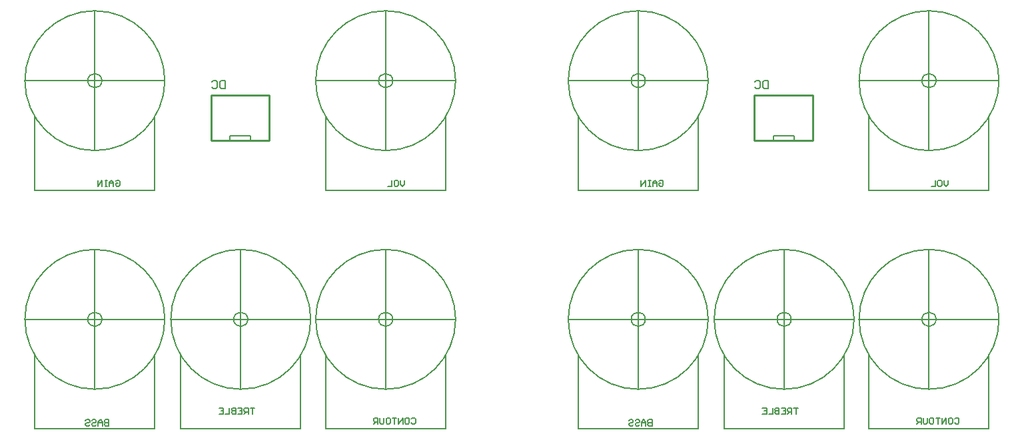
<source format=gbo>
G04*
G04 #@! TF.GenerationSoftware,Altium Limited,Altium Designer,19.1.6 (110)*
G04*
G04 Layer_Color=32896*
%FSLAX25Y25*%
%MOIN*%
G70*
G01*
G75*
%ADD29C,0.01000*%
%ADD44C,0.00500*%
%ADD46C,0.00787*%
%ADD48C,0.00591*%
%ADD83C,0.00800*%
D29*
X142372Y290950D02*
X171506D01*
Y268313D02*
Y290950D01*
X142372Y268313D02*
X171506D01*
X142372D02*
Y290950D01*
X414242D02*
X443376D01*
Y268313D02*
Y290950D01*
X414242Y268313D02*
X443376D01*
X414242D02*
Y290950D01*
D44*
X194698Y298098D02*
G03*
X229698Y263099I35000J0D01*
G01*
Y333099D02*
G03*
X194698Y298099I-0J-35000D01*
G01*
X229698Y333099D02*
G03*
X194698Y298099I-0J-35000D01*
G01*
Y298098D02*
G03*
X229698Y263099I35000J0D01*
G01*
D02*
G03*
X264698Y298098I0J35000D01*
G01*
Y298099D02*
G03*
X229698Y333099I-35000J0D01*
G01*
X264698Y298099D02*
G03*
X229698Y333099I-35000J0D01*
G01*
Y263099D02*
G03*
X264698Y298098I0J35000D01*
G01*
X233233D02*
G03*
X233233Y298098I-3535J0D01*
G01*
D02*
G03*
X233233Y298098I-3535J0D01*
G01*
X122198Y178598D02*
G03*
X157198Y143598I35000J0D01*
G01*
Y213598D02*
G03*
X122198Y178599I-0J-35000D01*
G01*
X157198Y213598D02*
G03*
X122198Y178599I-0J-35000D01*
G01*
Y178598D02*
G03*
X157198Y143598I35000J0D01*
G01*
D02*
G03*
X192198Y178598I0J35000D01*
G01*
Y178599D02*
G03*
X157198Y213598I-35000J0D01*
G01*
X192198Y178599D02*
G03*
X157198Y213598I-35000J0D01*
G01*
Y143598D02*
G03*
X192198Y178598I0J35000D01*
G01*
X160733D02*
G03*
X160733Y178598I-3535J0D01*
G01*
D02*
G03*
X160733Y178598I-3535J0D01*
G01*
X49198Y298098D02*
G03*
X84198Y263099I35000J0D01*
G01*
Y333099D02*
G03*
X49198Y298099I-0J-35000D01*
G01*
X84198Y333099D02*
G03*
X49198Y298099I-0J-35000D01*
G01*
Y298098D02*
G03*
X84198Y263099I35000J0D01*
G01*
D02*
G03*
X119198Y298098I0J35000D01*
G01*
Y298099D02*
G03*
X84198Y333099I-35000J0D01*
G01*
X119198Y298099D02*
G03*
X84198Y333099I-35000J0D01*
G01*
Y263099D02*
G03*
X119198Y298098I0J35000D01*
G01*
X87733D02*
G03*
X87733Y298098I-3535J0D01*
G01*
D02*
G03*
X87733Y298098I-3535J0D01*
G01*
X194698Y178598D02*
G03*
X229698Y143598I35000J0D01*
G01*
Y213598D02*
G03*
X194698Y178599I-0J-35000D01*
G01*
X229698Y213598D02*
G03*
X194698Y178599I-0J-35000D01*
G01*
Y178598D02*
G03*
X229698Y143598I35000J0D01*
G01*
D02*
G03*
X264698Y178598I0J35000D01*
G01*
Y178599D02*
G03*
X229698Y213598I-35000J0D01*
G01*
X264698Y178599D02*
G03*
X229698Y213598I-35000J0D01*
G01*
Y143598D02*
G03*
X264698Y178598I0J35000D01*
G01*
X233233D02*
G03*
X233233Y178598I-3535J0D01*
G01*
D02*
G03*
X233233Y178598I-3535J0D01*
G01*
X49198D02*
G03*
X84198Y143598I35000J0D01*
G01*
Y213598D02*
G03*
X49198Y178599I-0J-35000D01*
G01*
X84198Y213598D02*
G03*
X49198Y178599I-0J-35000D01*
G01*
Y178598D02*
G03*
X84198Y143598I35000J0D01*
G01*
D02*
G03*
X119198Y178598I0J35000D01*
G01*
Y178599D02*
G03*
X84198Y213598I-35000J0D01*
G01*
X119198Y178599D02*
G03*
X84198Y213598I-35000J0D01*
G01*
Y143598D02*
G03*
X119198Y178598I0J35000D01*
G01*
X87733D02*
G03*
X87733Y178598I-3535J0D01*
G01*
D02*
G03*
X87733Y178598I-3535J0D01*
G01*
X194698Y298098D02*
X264698D01*
X194698D02*
X264698D01*
X199698Y243162D02*
X259698D01*
X199698D02*
X259698D01*
X229698Y263099D02*
Y333099D01*
Y263099D02*
Y333099D01*
X199698Y243162D02*
Y280598D01*
Y243162D02*
Y280598D01*
X259698Y243162D02*
Y280598D01*
Y243162D02*
Y280598D01*
X122198Y178598D02*
X192198D01*
X122198D02*
X192198D01*
X127198Y123661D02*
X187198D01*
X127198D02*
X187198D01*
X157198Y143598D02*
Y213598D01*
Y143598D02*
Y213598D01*
X127198Y123661D02*
Y161099D01*
Y123661D02*
Y161099D01*
X187198Y123661D02*
Y161099D01*
Y123661D02*
Y161099D01*
X49198Y298098D02*
X119198D01*
X49198D02*
X119198D01*
X54198Y243162D02*
X114198D01*
X54198D02*
X114198D01*
X84198Y263099D02*
Y333099D01*
Y263099D02*
Y333099D01*
X54198Y243162D02*
Y280598D01*
Y243162D02*
Y280598D01*
X114198Y243162D02*
Y280598D01*
Y243162D02*
Y280598D01*
X194698Y178598D02*
X264698D01*
X194698D02*
X264698D01*
X199698Y123661D02*
X259698D01*
X199698D02*
X259698D01*
X229698Y143598D02*
Y213598D01*
Y143598D02*
Y213598D01*
X199698Y123661D02*
Y161099D01*
Y123661D02*
Y161099D01*
X259698Y123661D02*
Y161099D01*
Y123661D02*
Y161099D01*
X49198Y178598D02*
X119198D01*
X49198D02*
X119198D01*
X54198Y123661D02*
X114198D01*
X54198D02*
X114198D01*
X84198Y143598D02*
Y213598D01*
Y143598D02*
Y213598D01*
X54198Y123661D02*
Y161099D01*
Y123661D02*
Y161099D01*
X114198Y123661D02*
Y161099D01*
Y123661D02*
Y161099D01*
X466569Y298098D02*
G03*
X501569Y263099I35000J0D01*
G01*
Y333099D02*
G03*
X466569Y298099I-0J-35000D01*
G01*
X501569Y333099D02*
G03*
X466569Y298099I-0J-35000D01*
G01*
Y298098D02*
G03*
X501569Y263099I35000J0D01*
G01*
D02*
G03*
X536568Y298098I0J35000D01*
G01*
Y298099D02*
G03*
X501569Y333099I-35000J0D01*
G01*
X536568Y298099D02*
G03*
X501569Y333099I-35000J0D01*
G01*
Y263099D02*
G03*
X536568Y298098I0J35000D01*
G01*
X505103D02*
G03*
X505103Y298098I-3535J0D01*
G01*
D02*
G03*
X505103Y298098I-3535J0D01*
G01*
X394069Y178598D02*
G03*
X429069Y143598I35000J0D01*
G01*
Y213598D02*
G03*
X394069Y178599I-0J-35000D01*
G01*
X429069Y213598D02*
G03*
X394069Y178599I-0J-35000D01*
G01*
Y178598D02*
G03*
X429069Y143598I35000J0D01*
G01*
D02*
G03*
X464069Y178598I0J35000D01*
G01*
Y178599D02*
G03*
X429069Y213598I-35000J0D01*
G01*
X464069Y178599D02*
G03*
X429069Y213598I-35000J0D01*
G01*
Y143598D02*
G03*
X464069Y178598I0J35000D01*
G01*
X432604D02*
G03*
X432604Y178598I-3535J0D01*
G01*
D02*
G03*
X432604Y178598I-3535J0D01*
G01*
X321069Y298098D02*
G03*
X356068Y263099I35000J0D01*
G01*
Y333099D02*
G03*
X321069Y298099I-0J-35000D01*
G01*
X356068Y333099D02*
G03*
X321069Y298099I-0J-35000D01*
G01*
Y298098D02*
G03*
X356068Y263099I35000J0D01*
G01*
D02*
G03*
X391069Y298098I0J35000D01*
G01*
Y298099D02*
G03*
X356068Y333099I-35000J0D01*
G01*
X391069Y298099D02*
G03*
X356068Y333099I-35000J0D01*
G01*
Y263099D02*
G03*
X391069Y298098I0J35000D01*
G01*
X359604D02*
G03*
X359604Y298098I-3535J0D01*
G01*
D02*
G03*
X359604Y298098I-3535J0D01*
G01*
X466569Y178598D02*
G03*
X501569Y143598I35000J0D01*
G01*
Y213598D02*
G03*
X466569Y178599I-0J-35000D01*
G01*
X501569Y213598D02*
G03*
X466569Y178599I-0J-35000D01*
G01*
Y178598D02*
G03*
X501569Y143598I35000J0D01*
G01*
D02*
G03*
X536568Y178598I0J35000D01*
G01*
Y178599D02*
G03*
X501569Y213598I-35000J0D01*
G01*
X536568Y178599D02*
G03*
X501569Y213598I-35000J0D01*
G01*
Y143598D02*
G03*
X536568Y178598I0J35000D01*
G01*
X505103D02*
G03*
X505103Y178598I-3535J0D01*
G01*
D02*
G03*
X505103Y178598I-3535J0D01*
G01*
X321069D02*
G03*
X356068Y143598I35000J0D01*
G01*
Y213598D02*
G03*
X321069Y178599I-0J-35000D01*
G01*
X356068Y213598D02*
G03*
X321069Y178599I-0J-35000D01*
G01*
Y178598D02*
G03*
X356068Y143598I35000J0D01*
G01*
D02*
G03*
X391069Y178598I0J35000D01*
G01*
Y178599D02*
G03*
X356068Y213598I-35000J0D01*
G01*
X391069Y178599D02*
G03*
X356068Y213598I-35000J0D01*
G01*
Y143598D02*
G03*
X391069Y178598I0J35000D01*
G01*
X359604D02*
G03*
X359604Y178598I-3535J0D01*
G01*
D02*
G03*
X359604Y178598I-3535J0D01*
G01*
X466569Y298098D02*
X536568D01*
X466569D02*
X536568D01*
X471568Y243162D02*
X531568D01*
X471568D02*
X531568D01*
X501569Y263099D02*
Y333099D01*
Y263099D02*
Y333099D01*
X471568Y243162D02*
Y280598D01*
Y243162D02*
Y280598D01*
X531568Y243162D02*
Y280598D01*
Y243162D02*
Y280598D01*
X394069Y178598D02*
X464069D01*
X394069D02*
X464069D01*
X399068Y123661D02*
X459068D01*
X399068D02*
X459068D01*
X429069Y143598D02*
Y213598D01*
Y143598D02*
Y213598D01*
X399068Y123661D02*
Y161099D01*
Y123661D02*
Y161099D01*
X459068Y123661D02*
Y161099D01*
Y123661D02*
Y161099D01*
X321069Y298098D02*
X391069D01*
X321069D02*
X391069D01*
X326068Y243162D02*
X386069D01*
X326068D02*
X386069D01*
X356068Y263099D02*
Y333099D01*
Y263099D02*
Y333099D01*
X326068Y243162D02*
Y280598D01*
Y243162D02*
Y280598D01*
X386069Y243162D02*
Y280598D01*
Y243162D02*
Y280598D01*
X466569Y178598D02*
X536568D01*
X466569D02*
X536568D01*
X471568Y123661D02*
X531568D01*
X471568D02*
X531568D01*
X501569Y143598D02*
Y213598D01*
Y143598D02*
Y213598D01*
X471568Y123661D02*
Y161099D01*
Y123661D02*
Y161099D01*
X531568Y123661D02*
Y161099D01*
Y123661D02*
Y161099D01*
X321069Y178598D02*
X391069D01*
X321069D02*
X391069D01*
X326068Y123661D02*
X386069D01*
X326068D02*
X386069D01*
X356068Y143598D02*
Y213598D01*
Y143598D02*
Y213598D01*
X326068Y123661D02*
Y161099D01*
Y123661D02*
Y161099D01*
X386069Y123661D02*
Y161099D01*
Y123661D02*
Y161099D01*
D46*
X151821Y268540D02*
Y270508D01*
X162057D01*
Y268540D02*
Y270508D01*
X423691Y268540D02*
Y270508D01*
X433927D01*
Y268540D02*
Y270508D01*
D48*
X242537Y128785D02*
X243061Y129310D01*
X244111D01*
X244636Y128785D01*
Y126686D01*
X244111Y126161D01*
X243061D01*
X242537Y126686D01*
X239913Y129310D02*
X240962D01*
X241487Y128785D01*
Y126686D01*
X240962Y126161D01*
X239913D01*
X239388Y126686D01*
Y128785D01*
X239913Y129310D01*
X238338Y126161D02*
Y129310D01*
X236240Y126161D01*
Y129310D01*
X235190D02*
X233091D01*
X234140D01*
Y126161D01*
X230467Y129310D02*
X231517D01*
X232041Y128785D01*
Y126686D01*
X231517Y126161D01*
X230467D01*
X229942Y126686D01*
Y128785D01*
X230467Y129310D01*
X228893D02*
Y126686D01*
X228368Y126161D01*
X227319D01*
X226794Y126686D01*
Y129310D01*
X225744Y126161D02*
Y129310D01*
X224170D01*
X223645Y128785D01*
Y127736D01*
X224170Y127211D01*
X225744D01*
X224695D02*
X223645Y126161D01*
X91119Y128373D02*
Y125224D01*
X89544D01*
X89020Y125749D01*
Y126274D01*
X89544Y126798D01*
X91119D01*
X89544D01*
X89020Y127323D01*
Y127848D01*
X89544Y128373D01*
X91119D01*
X87970Y125224D02*
Y127323D01*
X86921Y128373D01*
X85871Y127323D01*
Y125224D01*
Y126798D01*
X87970D01*
X82723Y127848D02*
X83247Y128373D01*
X84297D01*
X84822Y127848D01*
Y127323D01*
X84297Y126798D01*
X83247D01*
X82723Y126274D01*
Y125749D01*
X83247Y125224D01*
X84297D01*
X84822Y125749D01*
X79574Y127848D02*
X80099Y128373D01*
X81148D01*
X81673Y127848D01*
Y127323D01*
X81148Y126798D01*
X80099D01*
X79574Y126274D01*
Y125749D01*
X80099Y125224D01*
X81148D01*
X81673Y125749D01*
X164135Y134310D02*
X162036D01*
X163085D01*
Y131161D01*
X160986D02*
Y134310D01*
X159412D01*
X158887Y133785D01*
Y132736D01*
X159412Y132211D01*
X160986D01*
X159937D02*
X158887Y131161D01*
X155739Y134310D02*
X157838D01*
Y131161D01*
X155739D01*
X157838Y132736D02*
X156788D01*
X154689Y134310D02*
Y131161D01*
X153115D01*
X152590Y131686D01*
Y132211D01*
X153115Y132736D01*
X154689D01*
X153115D01*
X152590Y133261D01*
Y133785D01*
X153115Y134310D01*
X154689D01*
X151541D02*
Y131161D01*
X149442D01*
X146293Y134310D02*
X148392D01*
Y131161D01*
X146293D01*
X148392Y132736D02*
X147343D01*
X239198Y248310D02*
Y246211D01*
X238149Y245162D01*
X237099Y246211D01*
Y248310D01*
X234476D02*
X235525D01*
X236050Y247785D01*
Y245686D01*
X235525Y245162D01*
X234476D01*
X233951Y245686D01*
Y247785D01*
X234476Y248310D01*
X232901D02*
Y245162D01*
X230802D01*
X94599Y247785D02*
X95124Y248310D01*
X96174D01*
X96698Y247785D01*
Y245686D01*
X96174Y245162D01*
X95124D01*
X94599Y245686D01*
Y246736D01*
X95649D01*
X93550Y245162D02*
Y247260D01*
X92500Y248310D01*
X91451Y247260D01*
Y245162D01*
Y246736D01*
X93550D01*
X90401Y248310D02*
X89352D01*
X89877D01*
Y245162D01*
X90401D01*
X89352D01*
X87777D02*
Y248310D01*
X85678Y245162D01*
Y248310D01*
X514407Y128785D02*
X514931Y129310D01*
X515981D01*
X516506Y128785D01*
Y126686D01*
X515981Y126161D01*
X514931D01*
X514407Y126686D01*
X511783Y129310D02*
X512832D01*
X513357Y128785D01*
Y126686D01*
X512832Y126161D01*
X511783D01*
X511258Y126686D01*
Y128785D01*
X511783Y129310D01*
X510209Y126161D02*
Y129310D01*
X508110Y126161D01*
Y129310D01*
X507060D02*
X504961D01*
X506010D01*
Y126161D01*
X502337Y129310D02*
X503387D01*
X503911Y128785D01*
Y126686D01*
X503387Y126161D01*
X502337D01*
X501812Y126686D01*
Y128785D01*
X502337Y129310D01*
X500763D02*
Y126686D01*
X500238Y126161D01*
X499189D01*
X498664Y126686D01*
Y129310D01*
X497614Y126161D02*
Y129310D01*
X496040D01*
X495515Y128785D01*
Y127736D01*
X496040Y127211D01*
X497614D01*
X496565D02*
X495515Y126161D01*
X362989Y128373D02*
Y125224D01*
X361415D01*
X360890Y125749D01*
Y126274D01*
X361415Y126798D01*
X362989D01*
X361415D01*
X360890Y127323D01*
Y127848D01*
X361415Y128373D01*
X362989D01*
X359840Y125224D02*
Y127323D01*
X358791Y128373D01*
X357741Y127323D01*
Y125224D01*
Y126798D01*
X359840D01*
X354593Y127848D02*
X355117Y128373D01*
X356167D01*
X356692Y127848D01*
Y127323D01*
X356167Y126798D01*
X355117D01*
X354593Y126274D01*
Y125749D01*
X355117Y125224D01*
X356167D01*
X356692Y125749D01*
X351444Y127848D02*
X351969Y128373D01*
X353018D01*
X353543Y127848D01*
Y127323D01*
X353018Y126798D01*
X351969D01*
X351444Y126274D01*
Y125749D01*
X351969Y125224D01*
X353018D01*
X353543Y125749D01*
X436005Y134310D02*
X433906D01*
X434956D01*
Y131161D01*
X432857D02*
Y134310D01*
X431282D01*
X430758Y133785D01*
Y132736D01*
X431282Y132211D01*
X432857D01*
X431807D02*
X430758Y131161D01*
X427609Y134310D02*
X429708D01*
Y131161D01*
X427609D01*
X429708Y132736D02*
X428658D01*
X426559Y134310D02*
Y131161D01*
X424985D01*
X424460Y131686D01*
Y132211D01*
X424985Y132736D01*
X426559D01*
X424985D01*
X424460Y133261D01*
Y133785D01*
X424985Y134310D01*
X426559D01*
X423411D02*
Y131161D01*
X421312D01*
X418163Y134310D02*
X420262D01*
Y131161D01*
X418163D01*
X420262Y132736D02*
X419213D01*
X511068Y248310D02*
Y246211D01*
X510019Y245162D01*
X508969Y246211D01*
Y248310D01*
X506346D02*
X507395D01*
X507920Y247785D01*
Y245686D01*
X507395Y245162D01*
X506346D01*
X505821Y245686D01*
Y247785D01*
X506346Y248310D01*
X504771D02*
Y245162D01*
X502672D01*
X366470Y247785D02*
X366994Y248310D01*
X368044D01*
X368568Y247785D01*
Y245686D01*
X368044Y245162D01*
X366994D01*
X366470Y245686D01*
Y246736D01*
X367519D01*
X365420Y245162D02*
Y247260D01*
X364370Y248310D01*
X363321Y247260D01*
Y245162D01*
Y246736D01*
X365420D01*
X362271Y248310D02*
X361222D01*
X361747D01*
Y245162D01*
X362271D01*
X361222D01*
X359648D02*
Y248310D01*
X357548Y245162D01*
Y248310D01*
D83*
X149366Y298286D02*
Y294287D01*
X147367D01*
X146700Y294954D01*
Y297620D01*
X147367Y298286D01*
X149366D01*
X142702Y297620D02*
X143368Y298286D01*
X144701D01*
X145368Y297620D01*
Y294954D01*
X144701Y294287D01*
X143368D01*
X142702Y294954D01*
X421236Y298286D02*
Y294287D01*
X419237D01*
X418571Y294954D01*
Y297620D01*
X419237Y298286D01*
X421236D01*
X414572Y297620D02*
X415238Y298286D01*
X416571D01*
X417238Y297620D01*
Y294954D01*
X416571Y294287D01*
X415238D01*
X414572Y294954D01*
M02*

</source>
